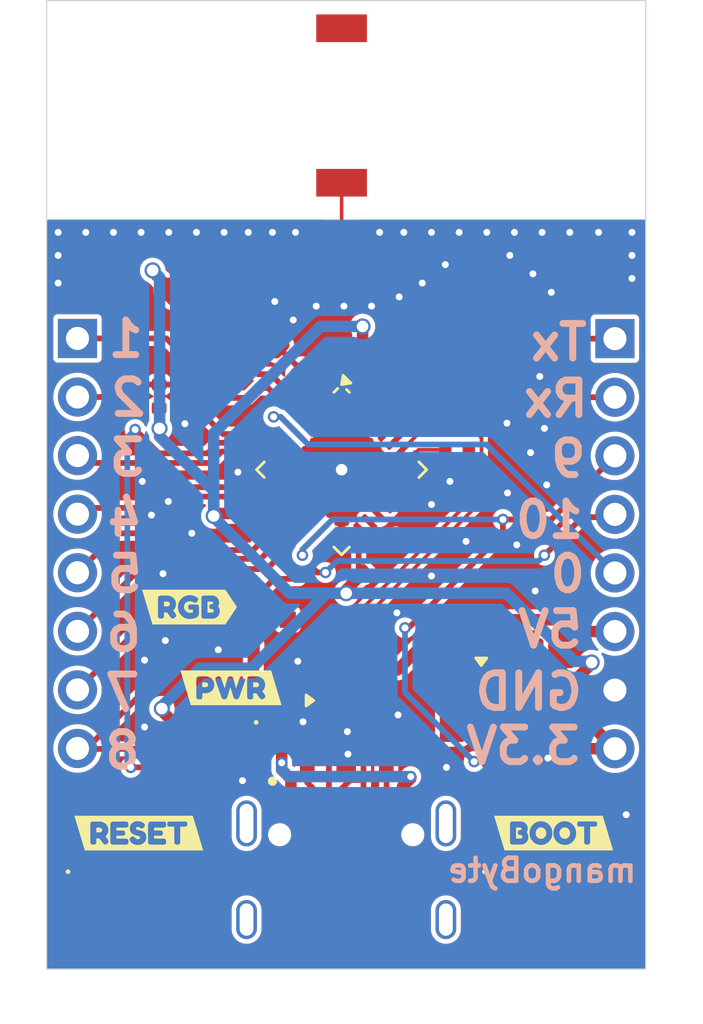
<source format=kicad_pcb>
(kicad_pcb (version 20241229) (generator "pcbnew") (generator_version "9.0")
  (layers (0 "F.Cu" signal) (4 "In1.Cu" signal) (6 "In2.Cu" signal) (2 "B.Cu" signal) (13 "F.Paste" user) (15 "B.Paste" user) (5 "F.SilkS" user "F.Silkscreen") (7 "B.SilkS" user "B.Silkscreen") (1 "F.Mask" user) (3 "B.Mask" user) (25 "Edge.Cuts" user))
  (net 0 "")
  (net 2 "/RF_ANT")
  (net 3 "GND")
  (net 4 "/XTAL_N")
  (net 5 "/XTAL_P")
  (net 6 "+3V3")
  (net 7 "/VDDA_3V3")
  (net 8 "/CHIP_EN")
  (net 9 "/VDD_SPI")
  (net 10 "/GPIO9_BOOT")
  (net 11 "VBUS")
  (net 12 "/LDO_IN")
  (net 13 "/LDO_BP")
  (net 14 "/RF")
  (net 16 "/GPIO10_RGB_LED")
  (net 18 "/USBC_CC2")
  (net 19 "/USBC_CC1")
  (net 21 "/USBC_N")
  (net 22 "/USBC_P")
  (net 24 "/GPIO5")
  (net 25 "/GPIO3")
  (net 26 "/GPIO8")
  (net 27 "/GPIO1")
  (net 28 "/GPIO4")
  (net 29 "/GPIO7")
  (net 30 "/GPIO6")
  (net 31 "/GPIO2")
  (net 32 "/GPIO21_UART_TX")
  (net 33 "/GPIO0")
  (net 34 "/GPIO21_UART_RX")
  (net 35 "/USB_N")
  (net 36 "/USB_P")
  (net 47 "/USBu_P")
  (net 48 "/USBu_N")
  (net 49 "Net-(D1-K)")
  (footprint "No_silkscreen:C_0402_1005Metric" (layer "F.Cu") (at 115.95 91.25)
    (property "Reference" "C20")
    (property "Value" "100n")
  )
  (footprint "SKRPARE010:SKRPARE010" (layer "F.Cu") (at 110.475 102)
    (property "Reference" "S1")
    (property "Value" "SKRPARE010" (hide yes))
  )
  (footprint "kibuzzard-68B19021" (layer "F.Cu") (at 112.7 89.45)
    (property "Reference" "kibuzzard-68B19021" (hide yes))
    (property "Value" "G***" (hide yes))
  )
  (footprint "No_silkscreen:C_0402_1005Metric" (layer "F.Cu") (at 122.01 86.17 45)
    (property "Reference" "C11")
    (property "Value" "1uF")
  )
  (footprint "No_silkscreen:C_0402_1005Metric" (layer "F.Cu") (at 111.31 97.2 180)
    (property "Reference" "C10")
    (property "Value" "100n")
  )
  (footprint "No_silkscreen:C_0402_1005Metric" (layer "F.Cu") (at 114.95 85.95 -135)
    (property "Reference" "C3")
    (property "Value" "100n")
  )
  (footprint "No_silkscreen:R_0402_1005Metric" (layer "F.Cu") (at 117.81 95.95 90)
    (property "Reference" "R2")
    (property "Value" "5k1")
  )
  (footprint "2450AT43A100E:ANTC7020X130N" (layer "F.Cu") (at 119.3 67.7 90)
    (property "Reference" "ANT1")
    (property "Value" "2450AT43A100E" (hide yes))
  )
  (footprint "Package_TO_SOT_SMD:SOT-23-5" (layer "F.Cu") (at 126.66 93.4975)
    (property "Reference" "U3")
    (property "Value" "SPX3819M5-L-3-3")
  )
  (footprint "No_silkscreen:C_0603_1608Metric" (layer "F.Cu") (at 118.16 78.79 45)
    (property "Reference" "C18")
    (property "Value" "3p3")
  )
  (footprint "kibuzzard-68B18F2D" (layer "F.Cu") (at 128.5 99.25)
    (property "Reference" "kibuzzard-68B18F2D" (hide yes))
    (property "Value" "G***" (hide yes))
  )
  (footprint "No_silkscreen:C_0402_1005Metric" (layer "F.Cu") (at 123.46 93.6975 180)
    (property "Reference" "C14")
    (property "Value" "100n")
  )
  (footprint "No_silkscreen:R_0402_1005Metric" (layer "F.Cu") (at 121.24 95.95 90)
    (property "Reference" "R3")
    (property "Value" "5k1")
  )
  (footprint "No_silkscreen:R_0402_1005Metric" (layer "F.Cu") (at 127.885 97.075 180)
    (property "Reference" "R4")
    (property "Value" "5k1")
  )
  (footprint "No_silkscreen:C_0402_1005Metric" (layer "F.Cu") (at 124.7 78.9 -45)
    (property "Reference" "C1")
    (property "Value" "20p")
  )
  (footprint "No_silkscreen:PinHeader_1x08_P2.54mm_Vertical" (layer "F.Cu") (at 131.16 77.81)
    (property "Reference" "J3")
    (property "Value" "Pins_right")
  )
  (footprint "No_silkscreen:C_0402_1005Metric" (layer "F.Cu") (at 126.55 95.8 180)
    (property "Reference" "C17")
    (property "Value" "100n")
  )
  (footprint "SKRPARE010:SKRPARE010" (layer "F.Cu") (at 128.55 102)
    (property "Reference" "S2")
    (property "Value" "SKRPACE010" (hide yes))
  )
  (footprint "No_silkscreen:R_0402_1005Metric" (layer "F.Cu") (at 124.309999 81.56 180)
    (property "Reference" "R6")
    (property "Value" "22R")
  )
  (footprint "No_silkscreen:C_0402_1005Metric" (layer "F.Cu") (at 123.975 90.1 90)
    (property "Reference" "C13")
    (property "Value" "100n")
  )
  (footprint "kibuzzard-68B18F76" (layer "F.Cu") (at 110.5 99.25)
    (property "Reference" "kibuzzard-68B18F76" (hide yes))
    (property "Value" "G***" (hide yes))
  )
  (footprint "No_silkscreen:C_0603_1608Metric" (layer "F.Cu") (at 121.25 78.7 45)
    (property "Reference" "C6")
    (property "Value" "10u")
  )
  (footprint "No_silkscreen:R_0402_1005Metric" (layer "F.Cu") (at 111.8 95.6 180)
    (property "Reference" "R8")
    (property "Value" "5k1")
  )
  (footprint "No_silkscreen:R_0402_1005Metric" (layer "F.Cu") (at 111.38 80.31 90)
    (property "Reference" "R7")
    (property "Value" "5k1")
  )
  (footprint "No_silkscreen:R_0402_1005Metric" (layer "F.Cu") (at 124.309999 82.66 180)
    (property "Reference" "R5")
    (property "Value" "22R")
  )
  (footprint "Inductor_SMD:L_0402_1005Metric" (layer "F.Cu") (at 123.96 92.0975 -90)
    (property "Reference" "L2")
    (property "Value" "2n2")
  )
  (footprint "No_silkscreen:R_0402_1005Metric" (layer "F.Cu") (at 113.31 97.2 180)
    (property "Reference" "R1")
    (property "Value" "5k1")
  )
  (footprint "No_silkscreen:PinHeader_1x08_P2.54mm_Vertical" (layer "F.Cu") (at 107.84 77.8)
    (property "Reference" "J2")
    (property "Value" "Pins_left")
  )
  (footprint "LED_SMD:LED_0402_1005Metric" (layer "F.Cu") (at 114.5 94.45 180)
    (property "Reference" "D1")
    (property "Value" "PWR_LED")
  )
  (footprint "No_silkscreen:C_0402_1005Metric" (layer "F.Cu") (at 112.75 77.1 -135)
    (property "Reference" "C8")
    (property "Value" "100n")
  )
  (footprint "No_silkscreen:L_0603_1608Metric" (layer "F.Cu") (at 115.933153 77.563153 135)
    (property "Reference" "L3")
    (property "Value" "2n4")
  )
  (footprint "No_silkscreen:C_0402_1005Metric" (layer "F.Cu") (at 123.1 77.33033 135)
    (property "Reference" "C2")
    (property "Value" "20p")
  )
  (footprint "No_silkscreen:C_0402_1005Metric" (layer "F.Cu") (at 127.285 91.1725 180)
    (property "Reference" "C16")
    (property "Value" "10u")
  )
  (footprint "No_silkscreen:C_0603_1608Metric" (layer "F.Cu") (at 111.446357 76.35 -135)
    (property "Reference" "C9")
    (property "Value" "10u")
  )
  (footprint "No_silkscreen:LED_WS2812B-2020_PLCC4_2.0x2.0mm" (layer "F.Cu") (at 116.05 89.45 180)
    (property "Reference" "D2")
    (property "Value" "WS2812B-2020")
  )
  (footprint "Inductor_SMD:L_0402_1005Metric" (layer "F.Cu") (at 114.194365 77.85 -45)
    (property "Reference" "L1")
    (property "Value" "2n2")
  )
  (footprint "TYPE-C-31-M-12:HRO_TYPE-C-31-M-12" (layer "F.Cu") (at 119.5 103)
    (property "Reference" "J1")
    (property "Value" "TYPE-C-31-M-12")
  )
  (footprint "kibuzzard-68B1700C" (layer "F.Cu") (at 114.5 92.95)
    (property "Reference" "kibuzzard-68B1700C" (hide yes))
    (property "Value" "G***" (hide yes))
  )
  (footprint "No_silkscreen:R_0402_1005Metric" (layer "F.Cu") (at 114.5 95.65)
    (property "Reference" "R9")
    (property "Value" "110R")
  )
  (footprint "No_silkscreen:C_0402_1005Metric" (layer "F.Cu") (at 123.46 94.8975 180)
    (property "Reference" "C15")
    (property "Value" "10u")
  )
  (footprint "Package_DFN_QFN:QFN-32-1EP_5x5mm_P0.5mm_EP3.7x3.7mm" (layer "F.Cu") (at 119.3 83.491852 -45)
    (property "Reference" "U1")
    (property "Value" "ESP32-C3FH4X")
  )
  (footprint "Package_TO_SOT_SMD:SOT-23-6" (layer "F.Cu") (at 119.6 92.2 90)
    (property "Reference" "U2")
    (property "Value" "USBLC6-2SC6")
  )
  (footprint "No_silkscreen:C_0402_1005Metric" (layer "F.Cu") (at 120.6 87.6 45)
    (property "Reference" "C4")
    (property "Value" "100n")
  )
  (footprint "No_silkscreen:C_0402_1005Metric" (layer "F.Cu") (at 125.835 97.1 180)
    (property "Reference" "C12")
    (property "Value" "100n")
  )
  (footprint "No_silkscreen:Crystal_SMD_3225-4Pin_3.2x2.5mm" (layer "F.Cu") (at 125.6 76.3 135)
    (property "Reference" "Y1")
    (property "Value" "40Mhz")
  )
  (footprint "No_silkscreen:C_0603_1608Metric" (layer "F.Cu") (at 113.755635 75.241852 135)
    (property "Reference" "C19")
    (property "Value" "2.7")
  )
  (footprint "No_silkscreen:C_0402_1005Metric" (layer "F.Cu") (at 115 79.35 -135)
    (property "Reference" "C7")
    (property "Value" "100n")
  )
  (gr_rect (start 106.5 63.15) (end 132.5 105.15) (stroke (width 0.05)) (fill no) (layer "Edge.Cuts"))
  (gr_text "5" (at 110.8 88.9 0) (layer "B.SilkS") (effects (font (size 1.5 1.5) (thickness 0.3) (bold yes)) (justify left bottom mirror)))
  (gr_text "10" (at 129.95 86.55 0) (layer "B.SilkS") (effects (font (size 1.5 1.5) (thickness 0.3) (bold yes)) (justify left bottom mirror)))
  (gr_text "Rx" (at 130.15 81.3 0) (layer "B.SilkS") (effects (font (size 1.5 1.5) (thickness 0.3) (bold yes)) (justify left bottom mirror)))
  (gr_text "Tx" (at 130.1 78.85 0) (layer "B.SilkS") (effects (font (size 1.5 1.5) (thickness 0.3) (bold yes)) (justify left bottom mirror)))
  (gr_text "7" (at 110.7 94.05 0) (layer "B.SilkS") (effects (font (size 1.5 1.5) (thickness 0.3) (bold yes)) (justify left bottom mirror)))
  (gr_text "3" (at 110.9 83.85 0) (layer "B.SilkS") (effects (font (size 1.5 1.5) (thickness 0.3) (bold yes)) (justify left bottom mirror)))
  (gr_text "mangoByte" (at 132.2 101.45 0) (layer "B.SilkS") (effects (font (size 1 1) (thickness 0.2) (bold yes)) (justify left bottom mirror)))
  (gr_text "8" (at 110.7 96.55 0) (layer "B.SilkS") (effects (font (size 1.5 1.5) (thickness 0.3) (bold yes)) (justify left bottom mirror)))
  (gr_text "2" (at 110.95 81.25 0) (layer "B.SilkS") (effects (font (size 1.5 1.5) (thickness 0.3) (bold yes)) (justify left bottom mirror)))
  (gr_text "9" (at 130.05 83.9 0) (layer "B.SilkS") (effects (font (size 1.5 1.5) (thickness 0.3) (bold yes)) (justify left bottom mirror)))
  (gr_text "1" (at 110.85 78.7 0) (layer "B.SilkS") (effects (font (size 1.5 1.5) (thickness 0.3) (bold yes)) (justify left bottom mirror)))
  (gr_text "3.3V" (at 129.8 96.35 0) (layer "B.SilkS") (effects (font (size 1.5 1.5) (thickness 0.3) (bold yes)) (justify left bottom mirror)))
  (gr_text "6" (at 110.75 91.45 0) (layer "B.SilkS") (effects (font (size 1.5 1.5) (thickness 0.3) (bold yes)) (justify left bottom mirror)))
  (gr_text "GND" (at 129.9 94 0) (layer "B.SilkS") (effects (font (size 1.5 1.5) (thickness 0.3) (bold yes)) (justify left bottom mirror)))
  (gr_text "0" (at 128.2 88.9 0) (layer "B.SilkS") (effects (font (size 1.5 1.5) (thickness 0.3) (bold yes)) (justify left bottom)))
  (gr_text "4" (at 110.8 86.45 0) (layer "B.SilkS") (effects (font (size 1.5 1.5) (thickness 0.3) (bold yes)) (justify left bottom mirror)))
  (gr_text "5V" (at 129.9 91.3 0) (layer "B.SilkS") (effects (font (size 1.5 1.5) (thickness 0.3) (bold yes)) (justify left bottom mirror)))
  (segment (start 119.3 71.05) (end 119.3 73.295786) (width 0.1565) (layer "F.Cu") (net 2))
  (segment (start 115.376306 77.006306) (end 115.376306 76.862523) (width 0.25) (layer "F.Cu") (net 2))
  (segment (start 115.43061 74.662893) (end 114.303643 75.78986) (width 0.1565) (layer "F.Cu") (net 2))
  (segment (start 118.225786 74.37) (end 116.137717 74.37) (width 0.1565) (layer "F.Cu") (net 2))
  (segment (start 119.007107 74.002893) (end 118.932893 74.077107) (width 0.1565) (layer "F.Cu") (net 2))
  (segment (start 115.376306 76.862523) (end 114.303643 75.78986) (width 0.25) (layer "F.Cu") (net 2))
  (arc (start 118.225786 74.37) (mid 118.608469 74.29388) (end 118.932893 74.077107) (width 0.1565) (layer "F.Cu") (net 2))
  (arc (start 119.3 73.295786) (mid 119.22388 73.678469) (end 119.007107 74.002893) (width 0.1565) (layer "F.Cu") (net 2))
  (arc (start 116.137717 74.37) (mid 115.755034 74.44612) (end 115.43061 74.662893) (width 0.1565) (layer "F.Cu") (net 2))
  (via (at 115.25 73.2) (size 0.5) (drill 0.3) (layers "F.Cu" "B.Cu") (net 3))
  (via (at 111.05 85.46) (size 0.5) (drill 0.3) (layers "F.Cu" "B.Cu") (net 3))
  (via (at 117.4 91.8) (size 0.5) (drill 0.3) (layers "F.Cu" "B.Cu") (net 3))
  (via (at 107 74.2) (size 0.5) (drill 0.3) (layers "F.Cu" "B.Cu") (net 3))
  (via (at 126.9 86.75) (size 0.5) (drill 0.3) (layers "F.Cu" "B.Cu") (net 3))
  (via (at 131.9 73.2) (size 0.5) (drill 0.3) (layers "F.Cu" "B.Cu") (net 3))
  (via (at 116.3 73.2) (size 0.5) (drill 0.3) (layers "F.Cu" "B.Cu") (net 3))
  (via (at 111.55 88) (size 0.5) (drill 0.3) (layers "F.Cu" "B.Cu") (net 3))
  (via (at 119.3 83.491852) (size 0.7) (drill 0.5) (layers "F.Cu" "B.Cu") (net 3))
  (via (at 127.6 75) (size 0.5) (drill 0.3) (layers "F.Cu" "B.Cu") (net 3))
  (via (at 114.2 73.2) (size 0.5) (drill 0.3) (layers "F.Cu" "B.Cu") (net 3))
  (via (at 124.4 73.2) (size 0.5) (drill 0.3) (layers "F.Cu" "B.Cu") (net 3))
  (via (at 117.625 94.425) (size 0.5) (drill 0.3) (layers "F.Cu" "B.Cu") (net 3))
  (via (at 130.45 73.2) (size 0.5) (drill 0.3) (layers "F.Cu" "B.Cu") (net 3))
  (via (at 123.2 88.1) (size 0.5) (drill 0.3) (layers "F.Cu" "B.Cu") (net 3))
  (via (at 113 73.2) (size 0.5) (drill 0.3) (layers "F.Cu" "B.Cu") (net 3))
  (via (at 117.2 77) (size 0.5) (drill 0.3) (layers "F.Cu" "B.Cu") (net 3))
  (via (at 119.4 76.4) (size 0.5) (drill 0.3) (layers "F.Cu" "B.Cu") (net 3))
  (via (at 115 96.975) (size 0.5) (drill 0.3) (layers "F.Cu" "B.Cu") (net 3))
  (via (at 107 75.4) (size 0.5) (drill 0.3) (layers "F.Cu" "B.Cu") (net 3))
  (via (at 107 73.2) (size 0.5) (drill 0.3) (layers "F.Cu" "B.Cu") (net 3))
  (via (at 110.65 84) (size 0.5) (drill 0.3) (layers "F.Cu" "B.Cu") (net 3))
  (via (at 118.2 76.4) (size 0.5) (drill 0.3) (layers "F.Cu" "B.Cu") (net 3))
  (via (at 124.7 86.6) (size 0.5) (drill 0.3) (layers "F.Cu" "B.Cu") (net 3))
  (via (at 127.5 82.75) (size 0.5) (drill 0.3) (layers "F.Cu" "B.Cu") (net 3))
  (via (at 121.75 94.125) (size 0.5) (drill 0.3) (layers "F.Cu" "B.Cu") (net 3))
  (via (at 112.8 86.25) (size 0.5) (drill 0.3) (layers "F.Cu" "B.Cu") (net 3))
  (via (at 110.75 94.65) (size 0.5) (drill 0.3) (layers "F.Cu" "B.Cu") (net 3))
  (via (at 122 73.2) (size 0.5) (drill 0.3) (layers "F.Cu" "B.Cu") (net 3))
  (via (at 114.8 83.6) (size 0.5) (drill 0.3) (layers "F.Cu" "B.Cu") (net 3))
  (via (at 122.8 75.4) (size 0.5) (drill 0.3) (layers "F.Cu" "B.Cu") (net 3))
  (via (at 116.4 76.2) (size 0.5) (drill 0.3) (layers "F.Cu" "B.Cu") (net 3))
  (via (at 121.8 76) (size 0.5) (drill 0.3) (layers "F.Cu" "B.Cu") (net 3))
  (via (at 120.95 73.2) (size 0.5) (drill 0.3) (layers "F.Cu" "B.Cu") (net 3))
  (via (at 126.475 81.475) (size 0.5) (drill 0.3) (layers "F.Cu" "B.Cu") (net 3))
  (via (at 111.8 73.2) (size 0.5) (drill 0.3) (layers "F.Cu" "B.Cu") (net 3))
  (via (at 111.65 90.9) (size 0.5) (drill 0.3) (layers "F.Cu" "B.Cu") (net 3))
  (via (at 117.3 73.2) (size 0.5) (drill 0.3) (layers "F.Cu" "B.Cu") (net 3))
  (via (at 124 84) (size 0.5) (drill 0.3) (layers "F.Cu" "B.Cu") (net 3))
  (via (at 131.9 74.2) (size 0.5) (drill 0.3) (layers "F.Cu" "B.Cu") (net 3))
  (via (at 126.6 74.2) (size 0.5) (drill 0.3) (layers "F.Cu" "B.Cu") (net 3))
  (via (at 131.9 75.2) (size 0.5) (drill 0.3) (layers "F.Cu" "B.Cu") (net 3))
  (via (at 110.75 91.75) (size 0.5) (drill 0.3) (layers "F.Cu" "B.Cu") (net 3))
  (via (at 109.4 73.2) (size 0.5) (drill 0.3) (layers "F.Cu" "B.Cu") (net 3))
  (via (at 119.55 94.85) (size 0.5) (drill 0.3) (layers "F.Cu" "B.Cu") (net 3))
  (via (at 128.2 84.15) (size 0.5) (drill 0.3) (layers "F.Cu" "B.Cu") (net 3))
  (via (at 128.1 81.7) (size 0.5) (drill 0.3) (layers "F.Cu" "B.Cu") (net 3))
  (via (at 123.85 96.4) (size 0.5) (drill 0.3) (layers "F.Cu" "B.Cu") (net 3))
  (via (at 126.5 84.5) (size 0.5) (drill 0.3) (layers "F.Cu" "B.Cu") (net 3))
  (via (at 119.575 95.825) (size 0.5) (drill 0.3) (layers "F.Cu" "B.Cu") (net 3))
  (via (at 110.6 73.2) (size 0.5) (drill 0.3) (layers "F.Cu" "B.Cu") (net 3))
  (via (at 123.2 85) (size 0.5) (drill 0.3) (layers "F.Cu" "B.Cu") (net 3))
  (via (at 127.7 88.75) (size 0.5) (drill 0.3) (layers "F.Cu" "B.Cu") (net 3))
  (via (at 113.95 91.3) (size 0.5) (drill 0.3) (layers "F.Cu" "B.Cu") (net 3))
  (via (at 127.9 79.45) (size 0.5) (drill 0.3) (layers "F.Cu" "B.Cu") (net 3))
  (via (at 125.6 73.2) (size 0.5) (drill 0.3) (layers "F.Cu" "B.Cu") (net 3))
  (via (at 120.6 76.4) (size 0.5) (drill 0.3) (layers "F.Cu" "B.Cu") (net 3))
  (via (at 123.2 73.2) (size 0.5) (drill 0.3) (layers "F.Cu" "B.Cu") (net 3))
  (via (at 123.8 74.6) (size 0.5) (drill 0.3) (layers "F.Cu" "B.Cu") (net 3))
  (via (at 128.4 75.8) (size 0.5) (drill 0.3) (layers "F.Cu" "B.Cu") (net 3))
  (via (at 128.25 96) (size 0.5) (drill 0.3) (layers "F.Cu" "B.Cu") (net 3))
  (via (at 108.2 73.2) (size 0.5) (drill 0.3) (layers "F.Cu" "B.Cu") (net 3))
  (via (at 128 73.2) (size 0.5) (drill 0.3) (layers "F.Cu" "B.Cu") (net 3))
  (via (at 126.8 73.2) (size 0.5) (drill 0.3) (layers "F.Cu" "B.Cu") (net 3))
  (via (at 131.65 98.45) (size 0.5) (drill 0.3) (layers "F.Cu" "B.Cu") (net 3))
  (via (at 121.7 89.7) (size 0.5) (drill 0.3) (layers "F.Cu" "B.Cu") (net 3))
  (via (at 129.2 73.2) (size 0.5) (drill 0.3) (layers "F.Cu" "B.Cu") (net 3))
  (via (at 112.5 81.5) (size 0.5) (drill 0.3) (layers "F.Cu" "B.Cu") (net 3))
  (via (at 111.78 84.87) (size 0.5) (drill 0.3) (layers "F.Cu" "B.Cu") (net 3))
  (segment (start 124.360589 77.639411) (end 124.360589 78.560589) (width 0.25) (layer "F.Cu") (net 4))
  (segment (start 123.87771 78.560589) (end 120.855635 81.582664) (width 0.25) (layer "F.Cu") (net 4))
  (segment (start 126.978858 76.476777) (end 125.523223 76.476777) (width 0.25) (layer "F.Cu") (net 4))
  (segment (start 124.360589 78.560589) (end 123.87771 78.560589) (width 0.25) (layer "F.Cu") (net 4))
  (segment (start 125.523223 76.476777) (end 124.360589 77.639411) (width 0.25) (layer "F.Cu") (net 4))
  (segment (start 123.9 76.444365) (end 124.221142 76.123223) (width 0.25) (layer "F.Cu") (net 5))
  (segment (start 123 78.1) (end 123.009152 78.1) (width 0.25) (layer "F.Cu") (net 5))
  (segment (start 123.9 77.209152) (end 123.9 76.444365) (width 0.25) (layer "F.Cu") (net 5))
  (segment (start 120.502082 81.22911) (end 123 78.731192) (width 0.25) (layer "F.Cu") (net 5))
  (segment (start 123 78.731192) (end 123 78.1) (width 0.25) (layer "F.Cu") (net 5))
  (segment (start 123.439411 77.669741) (end 123.9 77.209152) (width 0.25) (layer "F.Cu") (net 5))
  (segment (start 123.009152 78.1) (end 123.439411 77.669741) (width 0.25) (layer "F.Cu") (net 5))
  (segment (start 113.858614 85.391386) (end 115.070208 85.391386) (width 0.5) (layer "F.Cu") (net 6))
  (segment (start 120.21 77.28) (end 120.21 78.756016) (width 0.5) (layer "F.Cu") (net 6))
  (segment (start 120.041386 86.691386) (end 120.041386 87.720208) (width 0.25) (layer "F.Cu") (net 6))
  (segment (start 112.31 95.6) (end 112.579999 95.6) (width 0.5) (layer "F.Cu") (net 6))
  (segment (start 130.15 91.8) (end 130.15 91.9) (width 0.5) (layer "F.Cu") (net 6))
  (segment (start 129.0975 92.5475) (end 127.7975 92.5475) (width 0.5) (layer "F.Cu") (net 6))
  (segment (start 121.149085 79.875) (end 121.15 79.875) (width 0.25) (layer "F.Cu") (net 6))
  (segment (start 111.1 74.907627) (end 111.994365 75.801992) (width 0.5) (layer "F.Cu") (net 6))
  (segment (start 111.1 74.85) (end 111.1 74.907627) (width 0.5) (layer "F.Cu") (net 6))
  (segment (start 119.794975 80.522004) (end 119.802996 80.522004) (width 0.25) (layer "F.Cu") (net 6))
  (segment (start 121.15 79.696016) (end 120.701992 79.248008) (width 0.25) (layer "F.Cu") (net 6))
  (segment (start 119.5 88.85) (end 119.5 88.7) (width 0.5) (layer "F.Cu") (net 6))
  (segment (start 119.5 88.7) (end 120.260589 87.939411) (width 0.5) (layer "F.Cu") (net 6))
  (segment (start 120.041386 87.720208) (end 120.260589 87.939411) (width 0.25) (layer "F.Cu") (net 6))
  (segment (start 129.505 92.545) (end 129.1 92.545) (width 0.5) (layer "F.Cu") (net 6))
  (segment (start 129.88 95.59) (end 128.395 97.075) (width 0.5) (layer "F.Cu") (net 6))
  (segment (start 130.15 91.9) (end 129.1 92.95) (width 0.5) (layer "F.Cu") (net 6))
  (segment (start 120.325 80) (end 121.025 80) (width 0.25) (layer "F.Cu") (net 6))
  (segment (start 112.579999 95.6) (end 113.82 96.840001) (width 0.5) (layer "F.Cu") (net 6))
  (segment (start 120.21 78.756016) (end 120.701992 79.248008) (width 0.5) (layer "F.Cu") (net 6))
  (segment (start 117.037258 84.693934) (end 117.037258 84.712742) (width 0.25) (layer "F.Cu") (net 6))
  (segment (start 111.4 80.84) (end 111.38 80.82) (width 0.5) (layer "F.Cu") (net 6))
  (segment (start 111.5 93.95) (end 112 94.45) (width 0.5) (layer "F.Cu") (net 6))
  (segment (start 131.16 95.59) (end 131.16 96.125) (width 0.5) (layer "F.Cu") (net 6))
  (segment (start 129.1 92.545) (end 129.0975 92.5475) (width 0.5) (layer "F.Cu") (net 6))
  (segment (start 117.037258 84.693934) (end 116.120603 85.610589) (width 0.25) (layer "F.Cu") (net 6))
  (segment (start 113.82 96.840001) (end 113.82 97.2) (width 0.5) (layer "F.Cu") (net 6))
  (segment (start 119.8117 86.4617) (end 120.041386 86.691386) (width 0.25) (layer "F.Cu") (net 6))
  (segment (start 112.31 95.6) (end 112.5625 95.6) (width 0.5) (layer "F.Cu") (net 6))
  (segment (start 119.802996 80.522004) (end 120.325 80) (width 0.25) (layer "F.Cu") (net 6))
  (segment (start 111.4 81.7) (end 111.4 80.84) (width 0.5) (layer "F.Cu") (net 6))
  (segment (start 112.5625 95.6) (end 113.7125 94.45) (width 0.5) (layer "F.Cu") (net 6))
  (segment (start 121.025 80) (end 121.15 79.875) (width 0.25) (layer "F.Cu") (net 6))
  (segment (start 112.31 95.6) (end 112.3 95.61) (width 0.5) (layer "F.Cu") (net 6))
  (segment (start 121.15 79.875) (end 121.15 79.696016) (width 0.25) (layer "F.Cu") (net 6))
  (segment (start 131.16 95.59) (end 129.88 95.59) (width 0.5) (layer "F.Cu") (net 6))
  (segment (start 116.120603 85.610589) (end 115.289411 85.610589) (width 0.25) (layer "F.Cu") (net 6))
  (segment (start 129.1 92.95) (end 129.1 93.53) (width 0.5) (layer "F.Cu") (net 6))
  (segment (start 119.794975 86.4617) (end 119.8117 86.4617) (width 0.25) (layer "F.Cu") (net 6))
  (segment (start 130.15 91.9) (end 129.505 92.545) (width 0.5) (layer "F.Cu") (net 6))
  (segment (start 111.5 93.85) (end 111.5 93.95) (width 0.5) (layer "F.Cu") (net 6))
  (segment (start 129.1 93.53) (end 131.16 95.59) (width 0.5) (layer "F.Cu") (net 6))
  (segment (start 115.070208 85.391386) (end 115.289411 85.610589) (width 0.5) (layer "F.Cu") (net 6))
  (segment (start 120.148528 80.875557) (end 121.149085 79.875) (width 0.25) (layer "F.Cu") (net 6))
  (segment (start 112 94.45) (end 113.7125 94.45) (width 0.5) (layer "F.Cu") (net 6))
  (segment (start 113.75 85.5) (end 113.858614 85.391386) (width 0.5) (layer "F.Cu") (net 6))
  (via (at 111.1 74.85) (size 0.7) (drill 0.5) (layers "F.Cu" "B.Cu") (net 6))
  (via (at 111.4 81.7) (size 0.7) (drill 0.5) (layers "F.Cu" "B.Cu") (net 6))
  (via (at 130.15 91.85) (size 0.7) (drill 0.5) (layers "F.Cu" "B.Cu") (net 6))
  (via (at 120.21 77.28) (size 0.7) (drill 0.5) (layers "F.Cu" "B.Cu") (net 6))
  (via (at 113.75 85.5) (size 0.7) (drill 0.5) (layers "F.Cu" "B.Cu") (net 6))
  (via (at 119.5 88.85) (size 0.7) (drill 0.5) (layers "F.Cu" "B.Cu") (net 6))
  (via (at 111.5 93.85) (size 0.7) (drill 0.5) (layers "F.Cu" "B.Cu") (net 6))
  (segment (start 111.4 75.15) (end 111.1 74.85) (width 0.5) (layer "B.Cu") (net 6))
  (segment (start 126.45 88.85) (end 119.5 88.85) (width 0.5) (layer "B.Cu") (net 6))
  (segment (start 115.4 92.1) (end 118.65 88.85) (width 0.5) (layer "B.Cu") (net 6))
  (segment (start 113.75 85.55) (end 113.75 85.5) (width 0.5) (layer "B.Cu") (net 6))
  (segment (start 111.5 93.85) (end 111.5 93.75) (width 0.5) (layer "B.Cu") (net 6))
  (segment (start 118.386209 77.28) (end 120.21 77.28) (width 0.5) (layer "B.Cu") (net 6))
  (segment (start 130.15 91.8) (end 129.4 91.8) (width 0.5) (layer "B.Cu") (net 6))
  (segment (start 113.75 85.5) (end 113.75 81.916209) (width 0.5) (layer "B.Cu") (net 6))
  (segment (start 111.4 82.05) (end 111.4 81.7) (width 0.5) (layer "B.Cu") (net 6))
  (segment (start 118.65 88.85) (end 119.5 88.85) (width 0.5) (layer "B.Cu") (net 6))
  (segment (start 111.5 93.75) (end 113.15 92.1) (width 0.5) (layer "B.Cu") (net 6))
  (segment (start 113.75 85.5) (end 113.75 84.4) (width 0.5) (layer "B.Cu") (net 6))
  (segment (start 129.4 91.8) (end 126.45 88.85) (width 0.5) (layer "B.Cu") (net 6))
  (segment (start 119.5 88.85) (end 117.05 88.85) (width 0.5) (layer "B.Cu") (net 6))
  (segment (start 113.75 81.916209) (end 118.386209 77.28) (width 0.5) (layer "B.Cu") (net 6))
  (segment (start 117.05 88.85) (end 113.75 85.55) (width 0.5) (layer "B.Cu") (net 6))
  (segment (start 113.75 84.4) (end 111.4 82.05) (width 0.5) (layer "B.Cu") (net 6))
  (segment (start 113.15 92.1) (end 115.4 92.1) (width 0.5) (layer "B.Cu") (net 6))
  (segment (start 111.4 81.7) (end 111.4 75.15) (width 0.5) (layer "B.Cu") (net 6))
  (segment (start 118.451472 80.875557) (end 118.450557 80.875557) (width 0.25) (layer "F.Cu") (net 7))
  (segment (start 118.450557 80.875557) (end 117.9 80.325) (width 0.25) (layer "F.Cu") (net 7))
  (segment (start 115.678822 79.35) (end 116.218808 79.35) (width 0.25) (layer "F.Cu") (net 7))
  (segment (start 117.034404 80.165596) (end 118.097918 81.22911) (width 0.25) (layer "F.Cu") (net 7))
  (segment (start 115.339411 79.010589) (end 115.339411 78.995046) (width 0.25) (layer "F.Cu") (net 7))
  (segment (start 116.218808 79.35) (end 117.034404 80.165596) (width 0.25) (layer "F.Cu") (net 7))
  (segment (start 115.339411 79.010589) (end 115.678822 79.35) (width 0.25) (layer "F.Cu") (net 7))
  (segment (start 117.9 80.325) (end 117.193808 80.325) (width 0.25) (layer "F.Cu") (net 7))
  (segment (start 115.339411 78.995046) (end 114.537312 78.192947) (width 0.25) (layer "F.Cu") (net 7))
  (segment (start 117.193808 80.325) (end 117.034404 80.165596) (width 0.25) (layer "F.Cu") (net 7))
  (segment (start 114.537312 78.192947) (end 114.537312 78.20849) (width 0.5) (layer "F.Cu") (net 7))
  (segment (start 111.299999 96.4) (end 111.79 96.890001) (width 0.25) (layer "F.Cu") (net 8))
  (segment (start 111.79 96.890001) (end 111.79 97.2) (width 0.25) (layer "F.Cu") (net 8))
  (segment (start 111.364 82.784) (end 113.481428 82.784) (width 0.25) (layer "F.Cu") (net 8))
  (segment (start 111.79 97.2) (end 111.79 97.535) (width 0.25) (layer "F.Cu") (net 8))
  (segment (start 110.7 82.11) (end 110.7 82.12) (width 0.25) (layer "F.Cu") (net 8))
  (segment (start 113.481428 82.784) (end 113.941118 82.32431) (width 0.25) (layer "F.Cu") (net 8))
  (segment (start 111.79 97.535) (end 108.4 100.925) (width 0.25) (layer "F.Cu") (net 8))
  (segment (start 110.7 82.12) (end 111.364 82.784) (width 0.25) (layer "F.Cu") (net 8))
  (segment (start 116.364691 82.32431) (end 116.649057 82.608676) (width 0.25) (layer "F.Cu") (net 8))
  (segment (start 112.89 97.11) (end 112.8 97.2) (width 0.25) (layer "F.Cu") (net 8))
  (segment (start 111.79 97.2) (end 112.8 97.2) (width 0.25) (layer "F.Cu") (net 8))
  (segment (start 110.34 81.75) (end 110.7 82.11) (width 0.25) (layer "F.Cu") (net 8))
  (segment (start 113.941118 82.32431) (end 116.364691 82.32431) (width 0.25) (layer "F.Cu") (net 8))
  (segment (start 110.15 96.4) (end 111.299999 96.4) (width 0.25) (layer "F.Cu") (net 8))
  (via (at 110.34 81.75) (size 0.5) (drill 0.3) (layers "F.Cu" "B.Cu") (net 8))
  (via (at 110.15 96.4) (size 0.5) (drill 0.3) (layers "F.Cu" "B.Cu") (net 8))
  (segment (start 109.994 83.548986) (end 110 83.542986) (width 0.25) (layer "B.Cu") (net 8))
  (segment (start 109.994 84.051014) (end 109.994 83.548986) (width 0.25) (layer "B.Cu") (net 8))
  (segment (start 110.15 96.4) (end 110 96.25) (width 0.25) (layer "B.Cu") (net 8))
  (segment (start 110 83.542986) (end 110 82.09) (width 0.25) (layer "B.Cu") (net 8))
  (segment (start 110 82.09) (end 110.34 81.75) (width 0.25) (layer "B.Cu") (net 8))
  (segment (start 110 84.057014) (end 109.994 84.051014) (width 0.25) (layer "B.Cu") (net 8))
  (segment (start 110 96.25) (end 110 84.057014) (width 0.25) (layer "B.Cu") (net 8))
  (segment (start 120.148528 86.108147) (end 120.549792 86.509411) (width 0.25) (layer "F.Cu") (net 9))
  (segment (start 120.549792 86.509411) (end 121.670589 86.509411) (width 0.25) (layer "F.Cu") (net 9))
  (segment (start 126.33 100.78) (end 126.475 100.925) (width 0.25) (layer "F.Cu") (net 10))
  (segment (start 126.3 86.26) (end 122.21 90.35) (width 0.25) (layer "F.Cu") (net 10))
  (segment (start 117.6 86.959619) (end 117.6 87.2) (width 0.25) (layer "F.Cu") (net 10))
  (segment (start 126.315 97.1) (end 127.35 97.1) (width 0.25) (layer "F.Cu") (net 10))
  (segment (start 126.315 100.05) (end 126.475 100.21) (width 0.25) (layer "F.Cu") (net 10))
  (segment (start 126.3 85.65) (end 126.3 86.26) (width 0.25) (layer "F.Cu") (net 10))
  (segment (start 128.4 85.65) (end 131.16 82.89) (width 0.25) (layer "F.Cu") (net 10))
  (segment (start 122.21 90.35) (end 122.05 90.35) (width 0.25) (layer "F.Cu") (net 10))
  (segment (start 125.377904 96.15) (end 126.315 97.087096) (width 0.25) (layer "F.Cu") (net 10))
  (segment (start 125.05 96.15) (end 125.377904 96.15) (width 0.25) (layer "F.Cu") (net 10))
  (segment (start 126.3 85.65) (end 128.4 85.65) (width 0.25) (layer "F.Cu") (net 10))
  (segment (start 126.475 100.21) (end 126.475 100.925) (width 0.25) (layer "F.Cu") (net 10))
  (segment (start 126.315 97.1) (end 126.315 100.05) (width 0.25) (layer "F.Cu") (net 10))
  (segment (start 118.451472 86.108147) (end 117.6 86.959619) (width 0.25) (layer "F.Cu") (net 10))
  (segment (start 126.315 97.087096) (end 126.315 97.1) (width 0.25) (layer "F.Cu") (net 10))
  (segment (start 127.35 97.1) (end 127.375 97.075) (width 0.25) (layer "F.Cu") (net 10))
  (via (at 125.05 96.15) (size 0.5) (drill 0.3) (layers "F.Cu" "B.Cu") (net 10))
  (via (at 122.05 90.35) (size 0.5) (drill 0.3) (layers "F.Cu" "B.Cu") (net 10))
  (via (at 117.6 87.2) (size 0.5) (drill 0.3) (layers "F.Cu" "B.Cu") (net 10))
  (via (at 126.3 85.65) (size 0.5) (drill 0.3) (layers "F.Cu" "B.Cu") (net 10))
  (segment (start 122.05 93.15) (end 122.05 90.35) (width 0.25) (layer "B.Cu") (net 10))
  (segment (start 118.9 85.65) (end 117.6 86.95) (width 0.25) (layer "B.Cu") (net 10))
  (segment (start 126.3 85.65) (end 118.9 85.65) (width 0.25) (layer "B.Cu") (net 10))
  (segment (start 125.05 96.15) (end 122.05 93.15) (width 0.25) (layer "B.Cu") (net 10))
  (segment (start 117.6 86.95) (end 117.6 87.2) (width 0.25) (layer "B.Cu") (net 10))
  (segment (start 115.47 91.22) (end 115.135 90.885) (width 0.5) (layer "F.Cu") (net 11))
  (segment (start 119.6 91.6291) (end 120.1469 92.176) (width 0.5) (layer "F.Cu") (net 11))
  (segment (start 122.3 96.878) (end 121.949 97.229) (width 0.5) (layer "F.Cu") (net 11))
  (segment (start 119.148999 92.176) (end 119.6 91.724999) (width 0.5) (layer "F.Cu") (net 11))
  (segment (start 129.86 90.51) (end 131.16 90.51) (width 0.5) (layer "F.Cu") (net 11))
  (segment (start 116.6809 93.79) (end 118.2949 92.176) (width 0.5) (layer "F.Cu") (net 11))
  (segment (start 116.7 96.2) (end 116.7 93.8091) (width 0.5) (layer "F.Cu") (net 11))
  (segment (start 119.6 91.0625) (end 119.6 91.6291) (width 0.5) (layer "F.Cu") (net 11))
  (segment (start 115.13 90.005) (end 115.135 90) (width 0.5) (layer "F.Cu") (net 11))
  (segment (start 121.724 92.176) (end 123.32 90.58) (width 0.5) (layer "F.Cu") (net 11))
  (segment (start 123.975 90.58) (end 124.92 90.58) (width 0.5) (layer "F.Cu") (net 11))
  (segment (start 115.47 92.5791) (end 115.47 91.22) (width 0.5) (layer "F.Cu") (net 11))
  (segment (start 123.94 91.5925) (end 123.96 91.6125) (width 0.5) (layer "F.Cu") (net 11))
  (segment (start 116.7 96.502472) (end 116.7 96.2) (width 0.5) (layer "F.Cu") (net 11))
  (segment (start 116.7 93.8091) (end 115.47 92.5791) (width 0.5) (layer "F.Cu") (net 11))
  (segment (start 121.949 97.229) (end 121.949 98.201) (width 0.5) (layer "F.Cu") (net 11))
  (segment (start 124.92 90.58) (end 125.5 90) (width 0.5) (layer "F.Cu") (net 11))
  (segment (start 117.1 96.902472) (end 116.7 96.502472) (width 0.5) (layer "F.Cu") (net 11))
  (segment (start 129.35 90) (end 129.86 90.51) (width 0.5) (layer "F.Cu") (net 11))
  (segment (start 121.949 98.201) (end 121.9 98.25) (width 0.5) (layer "F.Cu") (net 11))
  (segment (start 117.1 98.25) (end 117.1 96.902472) (width 0.5) (layer "F.Cu") (net 11))
  (segment (start 123.32 90.58) (end 123.975 90.58) (width 0.5) (layer "F.Cu") (net 11))
  (segment (start 118.2949 92.176) (end 119.148999 92.176) (width 0.5) (layer "F.Cu") (net 11))
  (segment (start 120.1469 92.176) (end 121.724 92.176) (width 0.5) (layer "F.Cu") (net 11))
  (segment (start 119.6 91.0625) (end 119.6 91.724999) (width 0.5) (layer "F.Cu") (net 11))
  (segment (start 125.5 90) (end 129.35 90) (width 0.5) (layer "F.Cu") (net 11))
  (segment (start 122.3 96.8) (end 122.3 96.878) (width 0.5) (layer "F.Cu") (net 11))
  (segment (start 115.135 90.885) (end 115.135 90) (width 0.5) (layer "F.Cu") (net 11))
  (via (at 122.3 96.8) (size 0.5) (drill 0.3) (layers "F.Cu" "B.Cu") (net 11))
  (via (at 116.7 96.2) (size 0.5) (drill 0.3) (layers "F.Cu" "B.Cu") (net 11))
  (segment (start 117 96.8) (end 122.3 96.8) (width 0.5) (layer "B.Cu") (net 11))
  (segment (start 116.7 96.2) (end 116.7 96.5) (width 0.5) (layer "B.Cu") (net 11))
  (segment (start 116.7 96.5) (end 117 96.8) (width 0.5) (layer "B.Cu") (net 11))
  (segment (start 127.03 95.8) (end 127.03 95.215) (width 0.5) (layer "F.Cu") (net 13))
  (segment (start 127.03 95.215) (end 127.7975 94.4475) (width 0.5) (layer "F.Cu") (net 13))
  (segment (start 118.795988 80.522004) (end 117.611992 79.338008) (width 0.25) (layer "F.Cu") (net 14))
  (segment (start 117.611992 79.241992) (end 116.49 78.12) (width 0.25) (layer "F.Cu") (net 14))
  (segment (start 117.611992 79.338008) (end 117.611992 79.241992) (width 0.25) (layer "F.Cu") (net 14))
  (segment (start 118.805025 80.522004) (end 118.795988 80.522004) (width 0.25) (layer "F.Cu") (net 14))
  (segment (start 118.206 87.060725) (end 118.206 87.451014) (width 0.25) (layer "F.Cu") (net 16))
  (segment (start 118.206 87.451014) (end 117.978507 87.678507) (width 0.25) (layer "F.Cu") (net 16))
  (segment (start 129.75 85.55) (end 131.04 85.55) (width 0.25) (layer "F.Cu") (net 16))
  (segment (start 118.805025 86.4617) (end 118.206 87.060725) (width 0.25) (layer "F.Cu") (net 16))
  (segment (start 117.433014 88.224) (end 116.376 88.224) (width 0.25) (layer "F.Cu") (net 16))
  (segment (start 115.7 88.9) (end 115.135 88.9) (width 0.25) (layer "F.Cu") (net 16))
  (segment (start 128.1 87.2) (end 129.75 85.55) (width 0.25) (layer "F.Cu") (net 16))
  (segment (start 118.25 87.95) (end 117.978507 87.678507) (width 0.25) (layer "F.Cu") (net 16))
  (segment (start 131.04 85.55) (end 131.16 85.43) (width 0.25) (layer "F.Cu") (net 16))
  (segment (start 117.978507 87.678507) (end 117.433014 88.224) (width 0.25) (layer "F.Cu") (net 16))
  (segment (start 118.6 87.95) (end 118.25 87.95) (width 0.25) (layer "F.Cu") (net 16))
  (segment (start 116.376 88.224) (end 115.7 88.9) (width 0.25) (layer "F.Cu") (net 16))
  (via (at 128.1 87.2) (size 0.5) (drill 0.3) (layers "F.Cu" "B.Cu") (net 16))
  (via (at 118.6 87.95) (size 0.5) (drill 0.3) (layers "F.Cu" "B.Cu") (net 16))
  (segment (start 118.6 87.95) (end 119.1 87.45) (width 0.25) (layer "B.Cu") (net 16))
  (segment (start 127.85 87.45) (end 128.1 87.2) (width 0.25) (layer "B.Cu") (net 16))
  (segment (start 119.1 87.45) (end 127.85 87.45) (width 0.25) (layer "B.Cu") (net 16))
  (segment (start 121.25 98.25) (end 121.25 96.47) (width 0.25) (layer "F.Cu") (net 18))
  (segment (start 121.25 96.47) (end 121.24 96.46) (width 0.25) (layer "F.Cu") (net 18))
  (segment (start 118.25 97.5) (end 117.81 97.06) (width 0.25) (layer "F.Cu") (net 19))
  (segment (start 118.25 98.25) (end 118.25 97.5) (width 0.25) (layer "F.Cu") (net 19))
  (segment (start 117.81 97.06) (end 117.81 96.46) (width 0.25) (layer "F.Cu") (net 19))
  (segment (start 119 99.45) (end 119.525 99.45) (width 0.25) (layer "F.Cu") (net 21))
  (segment (start 118.75 98.25) (end 118.75 93.4375) (width 0.25) (layer "F.Cu") (net 21))
  (segment (start 118.75 98.25) (end 118.75 99.2) (width 0.25) (layer "F.Cu") (net 21))
  (segment (start 119.75 99.225) (end 119.75 98.25) (width 0.25) (layer "F.Cu") (net 21))
  (segment (start 118.75 93.4375) (end 118.65 93.3375) (width 0.25) (layer "F.Cu") (net 21))
  (segment (start 118.75 99.2) (end 119 99.45) (width 0.25) (layer "F.Cu") (net 21))
  (segment (start 119.525 99.45) (end 119.75 99.225) (width 0.25) (layer "F.Cu") (net 21))
  (segment (start 119.675 96.95) (end 120.25 96.95) (width 0.25) (layer "F.Cu") (net 22))
  (segment (start 120.25 98.25) (end 120.25 96.95) (width 0.25) (layer "F.Cu") (net 22))
  (segment (start 120.25 94.95) (end 120.55 94.65) (width 0.25) (layer "F.Cu") (net 22))
  (segment (start 120.55 94.65) (end 120.55 93.3375) (width 0.25) (layer "F.Cu") (net 22))
  (segment (start 119.25 98.25) (end 119.25 97.375) (width 0.25) (layer "F.Cu") (net 22))
  (segment (start 119.25 97.375) (end 119.675 96.95) (width 0.25) (layer "F.Cu") (net 22))
  (segment (start 120.25 96.95) (end 120.25 94.95) (width 0.25) (layer "F.Cu") (net 22))
  (segment (start 116.683705 84.34038) (end 116.364691 84.659394) (width 0.25) (layer "F.Cu") (net 24))
  (segment (start 112.940606 84.659394) (end 111.35 86.25) (width 0.25) (layer "F.Cu") (net 24))
  (segment (start 116.364691 84.659394) (end 112.940606 84.659394) (width 0.25) (layer "F.Cu") (net 24))
  (segment (start 111.35 86.25) (end 109.55 86.25) (width 0.25) (layer "F.Cu") (net 24))
  (segment (start 109.55 86.25) (end 107.84 87.96) (width 0.25) (layer "F.Cu") (net 24))
  (segment (start 113.6 83.2) (end 108.16 83.2) (width 0.25) (layer "F.Cu") (net 25))
  (segment (start 108.16 83.2) (end 107.84 82.88) (width 0.25) (layer "F.Cu") (net 25))
  (segment (start 114.09769 82.70231) (end 113.6 83.2) (width 0.25) (layer "F.Cu") (net 25))
  (segment (start 116.330152 82.996877) (end 116.035585 82.70231) (width 0.25) (layer "F.Cu") (net 25))
  (segment (start 116.035585 82.70231) (end 114.09769 82.70231) (width 0.25) (layer "F.Cu") (net 25))
  (segment (start 108.24 95.58) (end 107.84 95.58) (width 0.25) (layer "F.Cu") (net 26))
  (segment (start 107.86 95.6) (end 107.84 95.58) (width 0.25) (layer "F.Cu") (net 26))
  (segment (start 118.097918 85.754594) (end 116.052512 87.8) (width 0.25) (layer "F.Cu") (net 26))
  (segment (start 113.58 90.24) (end 108.24 95.58) (width 0.25) (layer "F.Cu") (net 26))
  (segment (start 114.8 87.8) (end 113.58 89.02) (width 0.25) (layer "F.Cu") (net 26))
  (segment (start 111.290001 95.6) (end 107.86 95.6) (width 0.25) (layer "F.Cu") (net 26))
  (segment (start 113.58 89.02) (end 113.58 90.24) (width 0.25) (layer "F.Cu") (net 26))
  (segment (start 116.052512 87.8) (end 114.8 87.8) (width 0.25) (layer "F.Cu") (net 26))
  (segment (start 115.222642 80.377358) (end 114.277358 80.377358) (width 0.25) (layer "F.Cu") (net 27))
  (segment (start 111.7 77.8) (end 107.84 77.8) (width 0.25) (layer "F.Cu") (net 27))
  (segment (start 114.277358 80.377358) (end 111.7 77.8) (width 0.25) (layer "F.Cu") (net 27))
  (segment (start 116.111701 79.95) (end 115.65 79.95) (width 0.25) (layer "F.Cu") (net 27))
  (segment (start 117.744365 81.582664) (end 116.111701 79.95) (width 0.25) (layer "F.Cu") (net 27))
  (segment (start 115.65 79.95) (end 115.222642 80.377358) (width 0.25) (layer "F.Cu") (net 27))
  (segment (start 110.45 85.15) (end 108.11 85.15) (width 0.25) (layer "F.Cu") (net 28))
  (segment (start 108.11 85.15) (end 107.84 85.42) (width 0.25) (layer "F.Cu") (net 28))
  (segment (start 116.330152 83.986827) (end 116.066979 84.25) (width 0.25) (layer "F.Cu") (net 28))
  (segment (start 111.35 84.25) (end 110.45 85.15) (width 0.25) (layer "F.Cu") (net 28))
  (segment (start 116.066979 84.25) (end 111.35 84.25) (width 0.25) (layer "F.Cu") (net 28))
  (segment (start 117.744365 85.40104) (end 115.790047 87.355358) (width 0.25) (layer "F.Cu") (net 29))
  (segment (start 115.790047 87.355358) (end 113.524642 87.355358) (width 0.25) (layer "F.Cu") (net 29))
  (segment (start 113.524642 87.355358) (end 107.84 93.04) (width 0.25) (layer "F.Cu") (net 29))
  (segment (start 111.362642 86.977358) (end 107.84 90.5) (width 0.25) (layer "F.Cu") (net 30))
  (segment (start 115.460941 86.977358) (end 111.362642 86.977358) (width 0.25) (layer "F.Cu") (net 30))
  (segment (start 117.390812 85.047487) (end 115.460941 86.977358) (width 0.25) (layer "F.Cu") (net 30))
  (segment (start 112 79.8) (end 111.38 79.8) (width 0.25) (layer "F.Cu") (net 31))
  (segment (start 109.99 79.8) (end 109.45 80.34) (width 0.25) (layer "F.Cu") (net 31))
  (segment (start 117.037258 82.28977) (end 116.693798 81.94631) (width 0.25) (layer "F.Cu") (net 31))
  (segment (start 116.693798 81.94631) (end 114.14631 81.94631) (width 0.25) (layer "F.Cu") (net 31))
  (segment (start 111.38 79.8) (end 109.99 79.8) (width 0.25) (layer "F.Cu") (net 31))
  (segment (start 109.45 80.34) (end 107.84 80.34) (width 0.25) (layer "F.Cu") (net 31))
  (segment (start 114.14631 81.94631) (end 112 79.8) (width 0.25) (layer "F.Cu") (net 31))
  (segment (start 123.145405 80) (end 126.25 80) (width 0.25) (layer "F.Cu") (net 32))
  (segment (start 121.209188 81.936217) (end 123.145405 80) (width 0.25) (layer "F.Cu") (net 32))
  (segment (start 126.25 80) (end 128.44 77.81) (width 0.25) (layer "F.Cu") (net 32))
  (segment (start 128.44 77.81) (end 131.16 77.81) (width 0.25) (layer "F.Cu") (net 32))
  (segment (start 116.654595 81.2) (end 117.390812 81.936217) (width 0.25) (layer "F.Cu") (net 33))
  (segment (start 116.35 81.2) (end 116.654595 81.2) (width 0.25) (layer "F.Cu") (net 33))
  (via (at 116.35 81.2) (size 0.5) (drill 0.3) (layers "F.Cu" "B.Cu") (net 33))
  (segment (start 125.59 82.4) (end 131.16 87.97) (width 0.25) (layer "B.Cu") (net 33))
  (segment (start 116.65 81.2) (end 117.85 82.4) (width 0.25) (layer "B.Cu") (net 33))
  (segment (start 117.85 82.4) (end 125.59 82.4) (width 0.25) (layer "B.Cu") (net 33))
  (segment (start 116.35 81.2) (end 116.65 81.2) (width 0.25) (layer "B.Cu") (net 33))
  (segment (start 121.562742 82.28977) (end 123.202512 80.65) (width 0.25) (layer "F.Cu") (net 34))
  (segment (start 123.202512 80.65) (end 127.2 80.65) (width 0.25) (layer "F.Cu") (net 34))
  (segment (start 127.5 80.35) (end 131.16 80.35) (width 0.25) (layer "F.Cu") (net 34))
  (segment (start 127.2 80.65) (end 127.5 80.35) (width 0.25) (layer "F.Cu") (net 34))
  (segment (start 118.65 91.0625) (end 119.0199 90.6926) (width 0.1582) (layer "F.Cu") (net 35))
  (segment (start 124.819999 84.892501) (end 124.819999 82.66) (width 0.1582) (layer "F.Cu") (net 35))
  (segment (start 119.0199 90.6926) (end 119.0199 90.36769) (width 0.1582) (layer "F.Cu") (net 35))
  (segment (start 119.0199 90.36769) (end 119.26769 90.1199) (width 0.1582) (layer "F.Cu") (net 35))
  (segment (start 119.5926 90.1199) (end 124.819999 84.892501) (width 0.1582) (layer "F.Cu") (net 35))
  (segment (start 119.26769 90.1199) (end 119.5926 90.1199) (width 0.1582) (layer "F.Cu") (net 35))
  (segment (start 125.370099 82.1101) (end 124.819999 81.56) (width 0.1582) (layer "F.Cu") (net 36))
  (segment (start 120.55 89.673597) (end 125.181399 85.042198) (width 0.1582) (layer "F.Cu") (net 36))
  (segment (start 125.181399 83.209382) (end 125.370099 83.020682) (width 0.1582) (layer "F.Cu") (net 36))
  (segment (start 125.370099 83.020682) (end 125.370099 82.1101) (width 0.1582) (layer "F.Cu") (net 36))
  (segment (start 125.181399 85.042198) (end 125.181399 83.209382) (width 0.1582) (layer "F.Cu") (net 36))
  (segment (start 120.55 91.0625) (end 120.55 89.673597) (width 0.1582) (layer "F.Cu") (net 36))
  (segment (start 123.799999 81.56) (end 122.999619 81.56) (width 0.1582) (layer "F.Cu") (net 47))
  (segment (start 122.999619 81.56) (end 121.916295 82.643324) (width 0.1582) (layer "F.Cu") (net 47))
  (segment (start 123.8 81.56) (end 123.75 81.56) (width 0.2) (layer "F.Cu") (net 47))
  (segment (start 122.637438 82.629287) (end 122.269848 82.996877) (width 0.1582) (layer "F.Cu") (net 48))
  (segment (start 123.769286 82.629287) (end 122.637438 82.629287) (width 0.1582) (layer "F.Cu") (net 48))
  (segment (start 123.8 82.66) (end 123.75 82.66) (width 0.2) (layer "F.Cu") (net 48))
  (segment (start 114.985 94.45) (end 114.985 95.625) (width 0.25) (layer "F.Cu") (net 49))
  (segment (start 114.985 95.625) (end 115.01 95.65) (width 0.25) (layer "F.Cu") (net 49))
  (zone (net 6) (net_name "+3V3") (layer "F.Cu") (priority 5) (connect_pads yes (clearance 0)) (min_thickness 0.1) (fill yes (thermal_gap 0.5) (thermal_bridge_width 0.5))
    (polygon (pts (xy 112.144365 75.158148) (xy 113.544365 76.658148) (xy 113.644365 76.758148) (xy 114.344365 77.458148) (xy 114.344365 77.608148) (xy 113.944365 77.958148) (xy 113.744365 77.958148) (xy 112.144365 76.358148) (xy 111.844365 76.358148) (xy 111.344365 75.858148) (xy 111.344365 75.558148) (xy 111.744365 75.158148)))
  )
  (zone (net 0) (net_name "") (layer "F.Cu") (connect_pads (clearance 0)) (min_thickness 0.25)
    (keepout (tracks allowed) (vias allowed) (pads not_allowed) (copperpour not_allowed) (footprints allowed))
    (fill (thermal_gap 0.5) (thermal_bridge_width 0.5))
    (polygon (pts (xy 118.538778 73.525115) (xy 118.635008 73.467774) (xy 118.739364 73.427054) (xy 118.848998 73.404066) (xy 118.960921 73.399437) (xy 119.072079 73.413293) (xy 119.179441 73.445256) (xy 119.280078 73.494454) (xy 119.371245 73.559545) (xy 119.450454 73.638755) (xy 119.515546 73.729921) (xy 119.564744 73.830558) (xy 119.596707 73.93792) (xy 119.610563 74.049078) (xy 119.605934 74.161001) (xy 119.582946 74.270635) (xy 119.542226 74.374991) (xy 119.484886 74.471221) (xy 119.412488 74.556701) (xy 119.362434 74.604728) (xy 119.310438 74.650645) (xy 119.256589 74.694375) (xy 119.200978 74.735841) (xy 119.143702 74.774974) (xy 119.084857 74.811707) (xy 119.024545 74.845977) (xy 118.962868 74.877725) (xy 118.899931 74.906896) (xy 118.835843 74.933443) (xy 118.770713 74.957318) (xy 118.704651 74.978481) (xy 118.637772 74.996896) (xy 118.570188 75.012532) (xy 118.502017 75.025361) (xy 118.433373 75.035362) (xy 118.364374 75.042518) (xy 118.295139 75.046816) (xy 118.225786 75.04825) (xy 118.11415 75.038999) (xy 118.005559 75.0115) (xy 117.902975 74.966503) (xy 117.809197 74.905234) (xy 117.726782 74.829366) (xy 117.657978 74.740967) (xy 117.604663 74.642449) (xy 117.568291 74.5365) (xy 117.549853 74.426009) (xy 117.549853 74.313991) (xy 117.568291 74.2035) (xy 117.604663 74.097551) (xy 117.657978 73.999033) (xy 117.726782 73.910634) (xy 117.809197 73.834766) (xy 117.902975 73.773497) (xy 118.005559 73.7285) (xy 118.11415 73.701001) (xy 118.225786 73.69175) (xy 118.239082 73.691475) (xy 118.252355 73.690651) (xy 118.265584 73.689279) (xy 118.278744 73.687362) (xy 118.291814 73.684902) (xy 118.30477 73.681905) (xy 118.317592 73.678374) (xy 118.330258 73.674317) (xy 118.342744 73.66974) (xy 118.355031 73.66465) (xy 118.367097 73.659057) (xy 118.378922 73.652971) (xy 118.390484 73.646401) (xy 118.401766 73.639358) (xy 118.412747 73.631856) (xy 118.423408 73.623906) (xy 118.433732 73.615522) (xy 118.443701 73.606719) (xy 118.453297 73.597512)))
  )
  (zone (net 0) (net_name "") (layer "F.Cu") (connect_pads (clearance 0)) (min_thickness 0.25)
    (keepout (tracks allowed) (vias allowed) (pads not_allowed) (copperpour not_allowed) (footprints allowed))
    (fill (thermal_gap 0.5) (thermal_bridge_width 0.5))
    (polygon (pts (xy 118.527512 73.523298) (xy 118.612992 73.450901) (xy 118.709222 73.39356) (xy 118.813578 73.35284) (xy 118.923213 73.329852) (xy 119.035135 73.325223) (xy 119.146294 73.339079) (xy 119.253656 73.371042) (xy 119.354293 73.42024) (xy 119.445459 73.485332) (xy 119.524668 73.564541) (xy 119.58976 73.655707) (xy 119.638958 73.756344) (xy 119.670921 73.863706) (xy 119.684777 73.974865) (xy 119.680148 74.086787) (xy 119.65716 74.196422) (xy 119.61644 74.300778) (xy 119.559099 74.397008) (xy 119.486702 74.482488) (xy 119.412488 74.556702) (xy 119.327008 74.629099) (xy 119.230778 74.68644) (xy 119.126422 74.72716) (xy 119.016787 74.750148) (xy 118.904865 74.754777) (xy 118.793706 74.740921) (xy 118.686344 74.708958) (xy 118.585707 74.65976) (xy 118.494541 74.594668) (xy 118.415332 74.515459) (xy 118.35024 74.424293) (xy 118.301042 74.323656) (xy 118.269079 74.216294) (xy 118.255223 74.105135) (xy 118.259852 73.993213) (xy 118.28284 73.883578) (xy 118.32356 73.779222) (xy 118.380901 73.682992) (xy 118.453298 73.597512)))
  )
  (zone (net 0) (net_name "") (layer "F.Cu") (connect_pads (clearance 0)) (min_thickness 0.25)
    (keepout (tracks allowed) (vias allowed) (pads not_allowed) (copperpour not_allowed) (footprints allowed))
    (fill (thermal_gap 0.5) (thermal_bridge_width 0.5))
    (polygon (pts (xy 118.631001 73.18415) (xy 118.6585 73.075559) (xy 118.703497 72.972975) (xy 118.764766 72.879197) (xy 118.840634 72.796782) (xy 118.929033 72.727978) (xy 119.027551 72.674663) (xy 119.1335 72.638291) (xy 119.243991 72.619853) (xy 119.356009 72.619853) (xy 119.4665 72.638291) (xy 119.572449 72.674663) (xy 119.670967 72.727978) (xy 119.759366 72.796782) (xy 119.835234 72.879197) (xy 119.896503 72.972975) (xy 119.9415 73.075559) (xy 119.968999 73.18415) (xy 119.97825 73.295786) (xy 119.976816 73.365139) (xy 119.972517 73.434374) (xy 119.965361 73.503373) (xy 119.95536 73.572016) (xy 119.942531 73.640188) (xy 119.926895 73.707772) (xy 119.90848 73.774651) (xy 119.887317 73.840713) (xy 119.863442 73.905843) (xy 119.836896 73.969931) (xy 119.807724 74.032867) (xy 119.775976 74.094544) (xy 119.741707 74.154857) (xy 119.704974 74.213701) (xy 119.665841 74.270978) (xy 119.624374 74.326588) (xy 119.580645 74.380437) (xy 119.534728 74.432433) (xy 119.486701 74.482488) (xy 119.401221 74.554886) (xy 119.304991 74.612226) (xy 119.200635 74.652946) (xy 119.091001 74.675934) (xy 118.979078 74.680563) (xy 118.86792 74.666707) (xy 118.760558 74.634744) (xy 118.659921 74.585546) (xy 118.568755 74.520454) (xy 118.489545 74.441245) (xy 118.424454 74.350078) (xy 118.375256 74.249441) (xy 118.343293 74.142079) (xy 118.329437 74.030921) (xy 118.334066 73.918998) (xy 118.357054 73.809364) (xy 118.397774 73.705008) (xy 118.455115 73.608778) (xy 118.527511 73.523297) (xy 118.536719 73.5137) (xy 118.545522 73.503732) (xy 118.553906 73.493408) (xy 118.561855 73.482747) (xy 118.569358 73.471766) (xy 118.5764 73.460484) (xy 118.58297 73.448921) (xy 118.589057 73.437097) (xy 118.59465 73.425031) (xy 118.599739 73.412744) (xy 118.604316 73.400257) (xy 118.608374 73.387592) (xy 118.611904 73.37477) (xy 118.614902 73.361813) (xy 118.617361 73.348744) (xy 118.619279 73.335584) (xy 118.620651 73.322355) (xy 118.621475 73.309082) (xy 118.62175 73.295786)))
  )
  (zone (net 12) (net_name "/LDO_IN") (layer "F.Cu") (priority 1) (connect_pads yes (clearance 0)) (min_thickness 0.1) (fill yes (thermal_gap 0.5) (thermal_bridge_width 0.5))
    (polygon (pts (xy 126.16 92.1975) (xy 126.26 92.2975) (xy 126.26 92.7975) (xy 126.16 92.8975) (xy 124.76 92.8975) (xy 124.66 92.9975) (xy 124.66 93.9975) (xy 124.76 94.0975) (xy 126.16 94.0975) (xy 126.26 94.1975) (xy 126.26 94.6975) (xy 126.16 94.7975) (xy 124.76 94.7975) (xy 124.66 94.8975) (xy 124.66 95.1975) (xy 124.56 95.2975) (xy 123.66 95.2975) (xy 123.56 95.1975) (xy 123.56 93.3975) (xy 123.56 92.2975) (xy 123.66 92.1975)))
  )
  (zone (net 0) (net_name "") (layer "F.Cu") (connect_pads (clearance 0)) (min_thickness 0.25)
    (keepout (tracks allowed) (vias allowed) (pads not_allowed) (copperpour not_allowed) (footprints allowed))
    (fill (thermal_gap 0.5) (thermal_bridge_width 0.5))
    (polygon (pts (xy 118.225786 73.69175) (xy 118.337422 73.701001) (xy 118.446013 73.7285) (xy 118.548597 73.773497) (xy 118.642375 73.834766) (xy 118.72479 73.910634) (xy 118.793594 73.999033) (xy 118.846909 74.097551) (xy 118.883281 74.2035) (xy 118.901719 74.313991) (xy 118.901719 74.426009) (xy 118.883281 74.5365) (xy 118.846909 74.642449) (xy 118.793594 74.740967) (xy 118.72479 74.829366) (xy 118.642375 74.905234) (xy 118.548597 74.966503) (xy 118.446013 75.0115) (xy 118.337422 75.038999) (xy 118.225786 75.04825) (xy 116.137717 75.04825) (xy 116.026081 75.038999) (xy 115.91749 75.0115) (xy 115.814906 74.966503) (xy 115.721128 74.905234) (xy 115.638713 74.829366) (xy 115.569909 74.740967) (xy 115.516594 74.642449) (xy 115.480222 74.5365) (xy 115.461784 74.426009) (xy 115.461784 74.313991) (xy 115.480222 74.2035) (xy 115.516594 74.097551) (xy 115.569909 73.999033) (xy 115.638713 73.910634) (xy 115.721128 73.834766) (xy 115.814906 73.773497) (xy 115.91749 73.7285) (xy 116.026081 73.701001) (xy 116.137717 73.69175)))
  )
  (zone (net 11) (net_name "VBUS") (layer "F.Cu") (priority 4) (connect_pads yes (clearance 0)) (min_thickness 0.1) (fill yes (thermal_gap 0.5) (thermal_bridge_width 0.5))
    (polygon (pts (xy 124.3 90.2) (xy 124.3 91.9) (xy 124.2 92) (xy 123.7 92) (xy 123.6 91.9) (xy 123.6 90.2) (xy 123.65 90.1) (xy 124.25 90.1)))
  )
  (zone (net 6) (net_name "+3V3") (layer "F.Cu") (priority 3) (connect_pads yes (clearance 0)) (min_thickness 0.1) (fill yes (thermal_gap 0.5) (thermal_bridge_width 0.5))
    (polygon (pts (xy 127.96 90.7975) (xy 128.06 90.8975) (xy 128.06 91.4975) (xy 127.96 91.5975) (xy 127.96 92.0975) (xy 128.06 92.1975) (xy 128.46 92.1975) (xy 128.56 92.2975) (xy 128.56 92.7975) (xy 128.46 92.8975) (xy 127.16 92.8975) (xy 127.06 92.7975) (xy 127.06 92.2975) (xy 127.16 92.1975) (xy 127.46 92.1975) (xy 127.56 92.0975) (xy 127.56 91.5975) (xy 127.46 91.4975) (xy 127.46 90.8975) (xy 127.56 90.7975)))
  )
  (zone (net 0) (net_name "") (layer "F.Cu") (connect_pads (clearance 0)) (min_thickness 0.25)
    (keepout (tracks allowed) (vias allowed) (pads not_allowed) (copperpour not_allowed) (footprints allowed))
    (fill (thermal_gap 0.5) (thermal_bridge_width 0.5))
    (polygon (pts (xy 118.62175 71.05) (xy 118.631001 70.938364) (xy 118.6585 70.829773) (xy 118.703497 70.727189) (xy 118.764766 70.633411) (xy 118.840634 70.550996) (xy 118.929033 70.482192) (xy 119.027551 70.428877) (xy 119.1335 70.392505) (xy 119.243991 70.374067) (xy 119.356009 70.374067) (xy 119.4665 70.392505) (xy 119.572449 70.428877) (xy 119.670967 70.482192) (xy 119.759366 70.550996) (xy 119.835234 70.633411) (xy 119.896503 70.727189) (xy 119.9415 70.829773) (xy 119.968999 70.938364) (xy 119.97825 71.05) (xy 119.97825 73.295786) (xy 119.968999 73.407422) (xy 119.9415 73.516013) (xy 119.896503 73.618597) (xy 119.835234 73.712375) (xy 119.759366 73.79479) (xy 119.670967 73.863594) (xy 119.572449 73.916909) (xy 119.4665 73.953281) (xy 119.356009 73.971719) (xy 119.243991 73.971719) (xy 119.1335 73.953281) (xy 119.027551 73.916909) (xy 118.929033 73.863594) (xy 118.840634 73.79479) (xy 118.764766 73.712375) (xy 118.703497 73.618597) (xy 118.6585 73.516013) (xy 118.631001 73.407422) (xy 118.62175 73.295786)))
  )
  (zone (net 0) (net_name "") (layer "F.Cu") (connect_pads (clearance 0)) (min_thickness 0.25)
    (keepout (tracks allowed) (vias allowed) (pads not_allowed) (copperpour not_allowed) (footprints allowed))
    (fill (thermal_gap 0.5) (thermal_bridge_width 0.5))
    (polygon (pts (xy 114.951015 74.183298) (xy 115.036495 74.110901) (xy 115.132725 74.05356) (xy 115.237081 74.01284) (xy 115.346716 73.989852) (xy 115.458638 73.985223) (xy 115.569797 73.999079) (xy 115.677159 74.031042) (xy 115.777796 74.08024) (xy 115.868962 74.145332) (xy 115.948171 74.224541) (xy 116.013263 74.315707) (xy 116.062461 74.416344) (xy 116.094424 74.523706) (xy 116.10828 74.634865) (xy 116.103651 74.746787) (xy 116.080663 74.856422) (xy 116.039943 74.960778) (xy 115.982602 75.057008) (xy 115.910205 75.142488) (xy 114.783238 76.269455) (xy 114.697758 76.341852) (xy 114.601528 76.399193) (xy 114.497172 76.439913) (xy 114.387537 76.462901) (xy 114.275615 76.46753) (xy 114.164456 76.453674) (xy 114.057094 76.421711) (xy 113.956457 76.372513) (xy 113.865291 76.307421) (xy 113.786082 76.228212) (xy 113.72099 76.137046) (xy 113.671792 76.036409) (xy 113.639829 75.929047) (xy 113.625973 75.817888) (xy 113.630602 75.705966) (xy 113.65359 75.596331) (xy 113.69431 75.491975) (xy 113.751651 75.395745) (xy 113.824048 75.310265)))
  )
  (zone (net 11) (net_name "VBUS") (layer "F.Cu") (priority 8) (connect_pads yes (clearance 0)) (min_thickness 0.1) (fill yes (thermal_gap 0.5) (thermal_bridge_width 0.5))
    (polygon (pts (xy 123.6 90.35) (xy 123.7 90.25) (xy 124.25 90.25) (xy 124.35 90.35) (xy 124.35 91.9) (xy 124.25 92) (xy 123.7 92) (xy 123.6 91.9)))
  )
  (zone (net 0) (net_name "") (layer "F.Cu") (connect_pads (clearance 0)) (min_thickness 0.25)
    (keepout (tracks allowed) (vias allowed) (pads not_allowed) (copperpour not_allowed) (footprints allowed))
    (fill (thermal_gap 0.5) (thermal_bridge_width 0.5))
    (polygon (pts (xy 115.824725 75.214885) (xy 115.728495 75.272226) (xy 115.624139 75.312946) (xy 115.514505 75.335934) (xy 115.402582 75.340563) (xy 115.291424 75.326707) (xy 115.184062 75.294744) (xy 115.083425 75.245546) (xy 114.992258 75.180455) (xy 114.913049 75.101245) (xy 114.847957 75.010079) (xy 114.798759 74.909442) (xy 114.766796 74.80208) (xy 114.75294 74.690922) (xy 114.757569 74.578999) (xy 114.780557 74.469365) (xy 114.821277 74.365009) (xy 114.878617 74.268779) (xy 114.951014 74.183298) (xy 115.001068 74.135271) (xy 115.053064 74.089354) (xy 115.106914 74.045624) (xy 115.162524 74.004158) (xy 115.2198 73.965025) (xy 115.278645 73.928292) (xy 115.338958 73.894022) (xy 115.400635 73.862274) (xy 115.463571 73.833103) (xy 115.527659 73.806556) (xy 115.59279 73.782681) (xy 115.658851 73.761518) (xy 115.725731 73.743103) (xy 115.793314 73.727468) (xy 115.861486 73.714638) (xy 115.93013 73.704637) (xy 115.999128 73.697481) (xy 116.068363 73.693183) (xy 116.137717 73.691749) (xy 116.249353 73.701001) (xy 116.357945 73.7285) (xy 116.460528 73.773498) (xy 116.554307 73.834766) (xy 116.636722 73.910635) (xy 116.705525 73.999033) (xy 116.75884 74.097551) (xy 116.795212 74.203501) (xy 116.81365 74.313992) (xy 116.81365 74.42601) (xy 116.795212 74.536501) (xy 116.758839 74.64245) (xy 116.705524 74.740968) (xy 116.636721 74.829366) (xy 116.554306 74.905234) (xy 116.460527 74.966503) (xy 116.357943 75.0115) (xy 116.249352 75.038999) (xy 116.137716 75.048249) (xy 116.12442 75.048524) (xy 116.111146 75.049348) (xy 116.097918 75.05072) (xy 116.084758 75.052638) (xy 116.071688 75.055097) (xy 116.058731 75.058095) (xy 116.045909 75.061625) (xy 116.033244 75.065682) (xy 116.020758 75.07026) (xy 116.008471 75.075349) (xy 115.996405 75.080942) (xy 115.98458 75.087028) (xy 115.973017 75.093598) (xy 115.961736 75.100641) (xy 115.950755 75.108143) (xy 115.940094 75.116093) (xy 115.92977 75.124477) (xy 115.919801 75.13328) (xy 115.910205 75.142487)))
  )
  (zone (net 3) (net_name "GND") (layers "F.Cu" "B.Cu" "In1.Cu" "In2.Cu") (connect_pads yes (clearance 0.1)) (min_thickness 0.1) (fill yes (thermal_gap 0.5) (thermal_bridge_width 0.5))
    (polygon (pts (xy 105.734706 72.65) (xy 133.109391 72.65) (xy 133.124908 105.625) (xy 105.750223 105.625)))
  )
)
</source>
